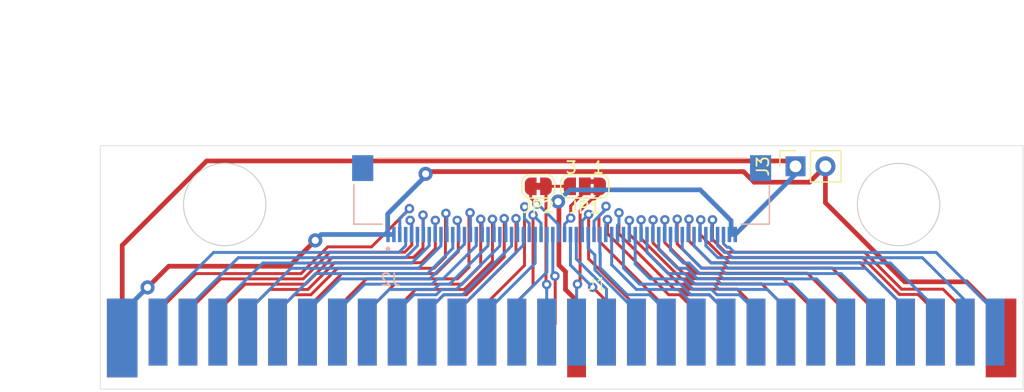
<source format=kicad_pcb>
(kicad_pcb (version 20221018) (generator pcbnew)
  (layers (0 "F.Cu" signal) (31 "B.Cu" signal) (34 "B.Paste" user) (35 "F.Paste" user) (36 "B.SilkS" user "B.Silkscreen") (37 "F.SilkS" user "F.Silkscreen") (38 "B.Mask" user) (39 "F.Mask" user) (44 "Edge.Cuts" user))
  (net 0 "")
  (net 1 "GND")
  (net 2 "Net-(J1-CPU_A11)")
  (net 3 "Net-(J1-CPU_A10)")
  (net 4 "Net-(J1-CPU_A9)")
  (net 5 "Net-(J1-CPU_A8)")
  (net 6 "+5V")
  (net 7 "Net-(J1-M2)")
  (net 8 "Net-(J1-CPU_A12)")
  (net 9 "Net-(J1-CPU_A13)")
  (net 10 "Net-(J1-CPU_A14)")
  (net 11 "Net-(J1-CPU_A7)")
  (net 12 "Net-(J1-CPU_A6)")
  (net 13 "Net-(J1-CPU_A5)")
  (net 14 "Net-(J1-CPU_A4)")
  (net 15 "Net-(J1-CPU_A3)")
  (net 16 "Net-(J1-CPU_A2)")
  (net 17 "Net-(J1-CPU_A1)")
  (net 18 "Net-(J1-CPU_A0)")
  (net 19 "Net-(J1-CPU_R{slash}~{W})")
  (net 20 "Net-(J1-~{IRQ})")
  (net 21 "Net-(J1-PPU_~{RD})")
  (net 22 "Net-(J1-CIRAM_A10)")
  (net 23 "Net-(J1-PPU_A6)")
  (net 24 "Net-(J1-PPU_A5)")
  (net 25 "Net-(J1-PPU_A4)")
  (net 26 "Net-(J1-PPU_A3)")
  (net 27 "Net-(J1-PPU_A2)")
  (net 28 "Net-(J1-PPU_A1)")
  (net 29 "Net-(J1-PPU_A0)")
  (net 30 "Net-(J1-PPU_D0)")
  (net 31 "Net-(J1-PPU_D1)")
  (net 32 "Net-(J1-PPU_D2)")
  (net 33 "Net-(J1-PPU_D3)")
  (net 34 "Net-(J1-CPU_D7)")
  (net 35 "Net-(J1-CPU_D6)")
  (net 36 "Net-(J1-CPU_D5)")
  (net 37 "Net-(J1-CPU_D4)")
  (net 38 "Net-(J1-CPU_D3)")
  (net 39 "Net-(J1-CPU_D2)")
  (net 40 "Net-(J1-CPU_D1)")
  (net 41 "Net-(J1-CPU_D0)")
  (net 42 "Net-(J1-~{ROMSEL})")
  (net 43 "Net-(J1-PPU_~{WR})")
  (net 44 "Net-(J1-CIRAM_~{CE})")
  (net 45 "Net-(J1-PPU_~{A13})")
  (net 46 "Net-(J1-PPU_A7)")
  (net 47 "Net-(J1-PPU_A8)")
  (net 48 "Net-(J1-PPU_A9)")
  (net 49 "Net-(J1-PPU_A10)")
  (net 50 "Net-(J1-PPU_A11)")
  (net 51 "Net-(J1-PPU_A12)")
  (net 52 "Net-(J1-PPU_A13)")
  (net 53 "Net-(J1-PPU_D7)")
  (net 54 "Net-(J1-PPU_D6)")
  (net 55 "Net-(J1-PPU_D5)")
  (net 56 "Net-(J1-PPU_D4)")
  (net 57 "Net-(J1-Audio_In)")
  (net 58 "Net-(J1-Audio_Out)")
  (net 59 "Net-(JP2-A)")
  (net 60 "Net-(JP1-C)")
  (footprint "NES_Cart_FC_Console:Famicom_Card_Edge" (layer "F.Cu") (at 144.18 130.9)
    (fp_text reference "J1")
    (fp_text value "Famicom_Cartridge")
    (fp_line (start -39.2 0) (end -39.2 -10.7) (stroke (width 0.05)) (layer "Edge.Cuts"))
    (fp_line (start -39.2 0) (end 39.2 0) (stroke (width 0.05)) (layer "Edge.Cuts"))
    (fp_line (start 39.2 0) (end 39.2 -10.7) (stroke (width 0.05)) (layer "Edge.Cuts"))
  )
  (footprint "Jumper:SolderJumper-2_P1.3mm_Bridged_RoundedPad1.0x1.5mm" (layer "F.Cu") (at 142.2 113.65)
    (fp_text reference "JP2")
    (fp_text value "Bypass FFC Audio")
  )
  (footprint "Jumper:SolderJumper-3_P1.3mm_Bridged2Bar12_RoundedPad1.0x1.5mm_NumberLabels" (layer "F.Cu") (at 146.15 113.65 180)
    (fp_text reference "JP1")
    (fp_text value "Bypass FFC Audio")
  )
  (footprint "Connector_PinSocket_2.54mm:PinSocket_1x02_P2.54mm_Vertical" (layer "F.Cu") (at 164.05 111.95 90)
    (fp_text reference "J3")
    (fp_text value "Power")
  )
  (footprint "NES_Cart_FC_Console:AMPHENOL_F31L-1A7H1-11060" (layer "B.Cu") (at 144.18 113.66)
    (fp_text reference "J2")
    (fp_text value "F31L-1A7H1-11060")
  )
  (gr_circle (center 115.555 115.2) (end 119.055 115.2) (stroke (width 0.1)) (fill none) (layer "Edge.Cuts"))
  (gr_circle (center 172.805 115.2) (end 176.305 115.2) (stroke (width 0.1)) (fill none) (layer "Edge.Cuts"))
  (gr_line (start 183.38 120.2) (end 183.38 110.2) (stroke (width 0.05)) (layer "Edge.Cuts"))
  (gr_line (start 183.38 110.2) (end 104.98 110.2) (stroke (width 0.05)) (layer "Edge.Cuts"))
  (gr_line (start 104.98 110.2) (end 104.98 120.2) (stroke (width 0.05)) (layer "Edge.Cuts"))
  (segment (start 144.50958 120.913349) (end 144.50958 122.434501) (width 0.4) (layer "F.Cu") (net 1))
  (segment (start 163.593539 111.493539) (end 164.05 111.95) (width 0.4) (layer "F.Cu") (net 1))
  (segment (start 114.022055 111.493539) (end 163.593539 111.493539) (width 0.4) (layer "F.Cu") (net 1))
  (segment (start 106.85 126.55) (end 106.85 118.665594) (width 0.4) (layer "F.Cu") (net 1))
  (segment (start 143.95 115.0255) (end 143.95 120.353769) (width 0.4) (layer "F.Cu") (net 1))
  (segment (start 143.8745 114.95) (end 143.95 115.0255) (width 0.4) (layer "F.Cu") (net 1))
  (segment (start 106.85 118.665594) (end 114.022055 111.493539) (width 0.4) (layer "F.Cu") (net 1))
  (segment (start 143.95 120.353769) (end 144.50958 120.913349) (width 0.4) (layer "F.Cu") (net 1))
  (segment (start 145.45 123.374921) (end 145.45 126.55) (width 0.4) (layer "F.Cu") (net 1))
  (segment (start 144.50958 122.434501) (end 145.45 123.374921) (width 0.4) (layer "F.Cu") (net 1))
  (via (at 143.8745 114.95) (size 1.2) (drill 0.6) (layers "F.Cu" "B.Cu") (net 1))
  (segment (start 158.58 116.58) (end 158.58 117.75) (width 0.4) (layer "B.Cu") (net 1))
  (segment (start 158.93 117.75) (end 164.05 112.63) (width 0.4) (layer "B.Cu") (net 1))
  (segment (start 143.8745 114.95) (end 144.8745 113.95) (width 0.4) (layer "B.Cu") (net 1))
  (segment (start 144.8745 113.95) (end 155.95 113.95) (width 0.4) (layer "B.Cu") (net 1))
  (segment (start 164.05 112.63) (end 164.05 111.95) (width 0.4) (layer "B.Cu") (net 1))
  (segment (start 155.95 113.95) (end 158.58 116.58) (width 0.4) (layer "B.Cu") (net 1))
  (segment (start 158.58 117.75) (end 158.93 117.75) (width 0.4) (layer "B.Cu") (net 1))
  (segment (start 109.89 124.29) (end 109.89 126.05) (width 0.25) (layer "F.Cu") (net 2))
  (segment (start 113.105 121.075) (end 109.89 124.29) (width 0.25) (layer "F.Cu") (net 2))
  (segment (start 131.25 115.580998) (end 128.030998 118.8) (width 0.25) (layer "F.Cu") (net 2))
  (segment (start 128.030998 118.8) (end 124.313604 118.8) (width 0.25) (layer "F.Cu") (net 2))
  (segment (start 122.038604 121.075) (end 113.105 121.075) (width 0.25) (layer "F.Cu") (net 2))
  (segment (start 124.313604 118.8) (end 122.038604 121.075) (width 0.25) (layer "F.Cu") (net 2))
  (via (at 131.247999 115.548772) (size 0.8) (drill 0.4) (layers "F.Cu" "B.Cu") (net 2))
  (segment (start 130.43 116.366771) (end 131.247999 115.548772) (width 0.25) (layer "B.Cu") (net 2))
  (segment (start 130.43 117.75) (end 130.43 116.366771) (width 0.25) (layer "B.Cu") (net 2))
  (segment (start 122.225 121.525) (end 115.195 121.525) (width 0.25) (layer "F.Cu") (net 3))
  (segment (start 115.195 121.525) (end 112.43 124.29) (width 0.25) (layer "F.Cu") (net 3))
  (segment (start 131.30995 116.546353) (end 131.45 116.686403) (width 0.25) (layer "F.Cu") (net 3))
  (segment (start 130.85 119.25) (end 124.5 119.25) (width 0.25) (layer "F.Cu") (net 3))
  (segment (start 124.5 119.25) (end 122.225 121.525) (width 0.25) (layer "F.Cu") (net 3))
  (segment (start 131.45 116.686403) (end 131.45 118.65) (width 0.25) (layer "F.Cu") (net 3))
  (segment (start 131.45 118.65) (end 130.85 119.25) (width 0.25) (layer "F.Cu") (net 3))
  (segment (start 112.43 124.29) (end 112.43 126.05) (width 0.25) (layer "F.Cu") (net 3))
  (via (at 131.30995 116.546353) (size 0.8) (drill 0.4) (layers "F.Cu" "B.Cu") (net 3))
  (segment (start 131.43 117.75) (end 131.43 116.666403) (width 0.25) (layer "B.Cu") (net 3))
  (segment (start 131.43 116.666403) (end 131.30995 116.546353) (width 0.25) (layer "B.Cu") (net 3))
  (segment (start 132.4 116.1) (end 132.4 118.9) (width 0.25) (layer "F.Cu") (net 4))
  (segment (start 124.7 119.7) (end 122.425 121.975) (width 0.25) (layer "F.Cu") (net 4))
  (segment (start 117.285 121.975) (end 114.97 124.29) (width 0.25) (layer "F.Cu") (net 4))
  (segment (start 114.97 124.29) (end 114.97 126.05) (width 0.25) (layer "F.Cu") (net 4))
  (segment (start 131.6 119.7) (end 124.7 119.7) (width 0.25) (layer "F.Cu") (net 4))
  (segment (start 132.4 118.9) (end 131.6 119.7) (width 0.25) (layer "F.Cu") (net 4))
  (segment (start 122.425 121.975) (end 117.285 121.975) (width 0.25) (layer "F.Cu") (net 4))
  (via (at 132.4 116.1) (size 0.8) (drill 0.4) (layers "F.Cu" "B.Cu") (net 4))
  (segment (start 132.43 116.13) (end 132.43 117.75) (width 0.25) (layer "B.Cu") (net 4))
  (segment (start 132.4 116.1) (end 132.43 116.13) (width 0.25) (layer "B.Cu") (net 4))
  (segment (start 124.9 120.15) (end 122.625 122.425) (width 0.25) (layer "F.Cu") (net 5))
  (segment (start 119.375 122.425) (end 117.51 124.29) (width 0.25) (layer "F.Cu") (net 5))
  (segment (start 132.25 120.15) (end 124.9 120.15) (width 0.25) (layer "F.Cu") (net 5))
  (segment (start 133.45 118.95) (end 132.25 120.15) (width 0.25) (layer "F.Cu") (net 5))
  (segment (start 133.45 116.546099) (end 133.45 118.95) (width 0.25) (layer "F.Cu") (net 5))
  (segment (start 117.51 124.29) (end 117.51 126.05) (width 0.25) (layer "F.Cu") (net 5))
  (segment (start 122.625 122.425) (end 119.375 122.425) (width 0.25) (layer "F.Cu") (net 5))
  (via (at 133.45 116.546099) (size 0.8) (drill 0.4) (layers "F.Cu" "B.Cu") (net 5))
  (segment (start 133.43 116.566099) (end 133.43 117.75) (width 0.25) (layer "B.Cu") (net 5))
  (segment (start 133.45 116.546099) (end 133.43 116.566099) (width 0.25) (layer "B.Cu") (net 5))
  (segment (start 166.59 115.043324) (end 173.321676 121.775) (width 0.4) (layer "F.Cu") (net 6))
  (segment (start 159.634568 112.4) (end 160.534568 113.3) (width 0.4) (layer "F.Cu") (net 6))
  (segment (start 178.575 121.775) (end 181.51 124.71) (width 0.4) (layer "F.Cu") (net 6))
  (segment (start 181.51 124.71) (end 181.51 126.55) (width 0.4) (layer "F.Cu") (net 6))
  (segment (start 166.59 111.95) (end 166.59 115.043324) (width 0.4) (layer "F.Cu") (net 6))
  (segment (start 110.8 120.45) (end 121.0505 120.45) (width 0.4) (layer "F.Cu") (net 6))
  (segment (start 132.621884 112.593039) (end 132.814923 112.4) (width 0.4) (layer "F.Cu") (net 6))
  (segment (start 160.534568 113.3) (end 165.24 113.3) (width 0.4) (layer "F.Cu") (net 6))
  (segment (start 173.321676 121.775) (end 178.575 121.775) (width 0.4) (layer "F.Cu") (net 6))
  (segment (start 165.24 113.3) (end 166.59 111.95) (width 0.4) (layer "F.Cu") (net 6))
  (segment (start 132.814923 112.4) (end 159.634568 112.4) (width 0.4) (layer "F.Cu") (net 6))
  (segment (start 109 122.25) (end 110.8 120.45) (width 0.4) (layer "F.Cu") (net 6))
  (segment (start 121.0505 120.45) (end 123.25 118.2505) (width 0.4) (layer "F.Cu") (net 6))
  (via (at 123.25 118.2505) (size 1.2) (drill 0.6) (layers "F.Cu" "B.Cu") (net 6))
  (via (at 132.621884 112.593039) (size 1.2) (drill 0.6) (layers "F.Cu" "B.Cu") (net 6))
  (via (at 109 122.25) (size 1.2) (drill 0.6) (layers "F.Cu" "B.Cu") (net 6))
  (segment (start 129.4 116) (end 129.4 117.72) (width 0.4) (layer "B.Cu") (net 6))
  (segment (start 132.621884 112.593039) (end 132.621884 112.778116) (width 0.4) (layer "B.Cu") (net 6))
  (segment (start 129.43 117.75) (end 129.78 117.75) (width 0.4) (layer "B.Cu") (net 6))
  (segment (start 129.4 117.72) (end 129.43 117.75) (width 0.4) (layer "B.Cu") (net 6))
  (segment (start 106.85 124.4) (end 106.85 126.55) (width 0.4) (layer "B.Cu") (net 6))
  (segment (start 123.7505 117.75) (end 123.25 118.2505) (width 0.4) (layer "B.Cu") (net 6))
  (segment (start 132.621884 112.778116) (end 129.4 116) (width 0.4) (layer "B.Cu") (net 6))
  (segment (start 129.43 117.75) (end 123.7505 117.75) (width 0.4) (layer "B.Cu") (net 6))
  (segment (start 109 122.25) (end 106.85 124.4) (width 0.4) (layer "B.Cu") (net 6))
  (segment (start 109.89 124) (end 109.89 126.05) (width 0.25) (layer "B.Cu") (net 7))
  (segment (start 130.93 118.7) (end 130.355 119.275) (width 0.25) (layer "B.Cu") (net 7))
  (segment (start 130.355 119.275) (end 114.615 119.275) (width 0.25) (layer "B.Cu") (net 7))
  (segment (start 130.93 117.75) (end 130.93 118.7) (width 0.25) (layer "B.Cu") (net 7))
  (segment (start 114.615 119.275) (end 109.89 124) (width 0.25) (layer "B.Cu") (net 7))
  (segment (start 131.93 117.75) (end 131.93 118.7) (width 0.25) (layer "B.Cu") (net 8))
  (segment (start 116.705 119.725) (end 112.43 124) (width 0.25) (layer "B.Cu") (net 8))
  (segment (start 112.43 124) (end 112.43 126.05) (width 0.25) (layer "B.Cu") (net 8))
  (segment (start 131.93 118.7) (end 130.905 119.725) (width 0.25) (layer "B.Cu") (net 8))
  (segment (start 130.905 119.725) (end 116.705 119.725) (width 0.25) (layer "B.Cu") (net 8))
  (segment (start 114.97 124) (end 114.97 126.05) (width 0.25) (layer "B.Cu") (net 9))
  (segment (start 118.795 120.175) (end 114.97 124) (width 0.25) (layer "B.Cu") (net 9))
  (segment (start 132.93 117.75) (end 132.93 118.7) (width 0.25) (layer "B.Cu") (net 9))
  (segment (start 132.93 118.7) (end 131.455 120.175) (width 0.25) (layer "B.Cu") (net 9))
  (segment (start 131.455 120.175) (end 118.795 120.175) (width 0.25) (layer "B.Cu") (net 9))
  (segment (start 117.51 124.29) (end 117.51 126.05) (width 0.25) (layer "B.Cu") (net 10))
  (segment (start 121.175 120.625) (end 117.51 124.29) (width 0.25) (layer "B.Cu") (net 10))
  (segment (start 132.005 120.625) (end 121.175 120.625) (width 0.25) (layer "B.Cu") (net 10))
  (segment (start 133.93 118.7) (end 132.005 120.625) (width 0.25) (layer "B.Cu") (net 10))
  (segment (start 133.93 117.75) (end 133.93 118.7) (width 0.25) (layer "B.Cu") (net 10))
  (segment (start 134.308201 115.991799) (end 134.308201 119.655403) (width 0.25) (layer "F.Cu") (net 11))
  (segment (start 133.338604 120.625) (end 125.125 120.625) (width 0.25) (layer "F.Cu") (net 11))
  (segment (start 125.125 120.625) (end 122.875 122.875) (width 0.25) (layer "F.Cu") (net 11))
  (segment (start 122.875 122.875) (end 121.465 122.875) (width 0.25) (layer "F.Cu") (net 11))
  (segment (start 121.465 122.875) (end 120.05 124.29) (width 0.25) (layer "F.Cu") (net 11))
  (segment (start 120.05 124.29) (end 120.05 126.05) (width 0.25) (layer "F.Cu") (net 11))
  (segment (start 134.35 115.95) (end 134.308201 115.991799) (width 0.25) (layer "F.Cu") (net 11))
  (segment (start 134.308201 119.655403) (end 133.338604 120.625) (width 0.25) (layer "F.Cu") (net 11))
  (via (at 134.35 115.95) (size 0.8) (drill 0.4) (layers "F.Cu" "B.Cu") (net 11))
  (segment (start 134.35 115.95) (end 134.43 116.03) (width 0.25) (layer "B.Cu") (net 11))
  (segment (start 134.43 116.03) (end 134.43 117.75) (width 0.25) (layer "B.Cu") (net 11))
  (segment (start 125.515 121.075) (end 122.59 124) (width 0.25) (layer "F.Cu") (net 12))
  (segment (start 135.4 119.2) (end 133.525 121.075) (width 0.25) (layer "F.Cu") (net 12))
  (segment (start 133.525 121.075) (end 125.515 121.075) (width 0.25) (layer "F.Cu") (net 12))
  (segment (start 135.4 116.637722) (end 135.4 119.2) (width 0.25) (layer "F.Cu") (net 12))
  (segment (start 135.307703 116.545425) (end 135.4 116.637722) (width 0.25) (layer "F.Cu") (net 12))
  (segment (start 122.59 124) (end 122.59 126.05) (width 0.25) (layer "F.Cu") (net 12))
  (via (at 135.307703 116.545425) (size 0.8) (drill 0.4) (layers "F.Cu" "B.Cu") (net 12))
  (segment (start 135.43 116.667722) (end 135.307703 116.545425) (width 0.25) (layer "B.Cu") (net 12))
  (segment (start 135.43 117.75) (end 135.43 116.667722) (width 0.25) (layer "B.Cu") (net 12))
  (segment (start 135.325 121.525) (end 127.605 121.525) (width 0.25) (layer "F.Cu") (net 13))
  (segment (start 125.13 124) (end 125.13 126.05) (width 0.25) (layer "F.Cu") (net 13))
  (segment (start 136.306085 120.543915) (end 135.325 121.525) (width 0.25) (layer "F.Cu") (net 13))
  (segment (start 127.605 121.525) (end 125.13 124) (width 0.25) (layer "F.Cu") (net 13))
  (segment (start 136.306085 115.993915) (end 136.306085 120.543915) (width 0.25) (layer "F.Cu") (net 13))
  (segment (start 136.4 115.9) (end 136.306085 115.993915) (width 0.25) (layer "F.Cu") (net 13))
  (via (at 136.4 115.9) (size 0.8) (drill 0.4) (layers "F.Cu" "B.Cu") (net 13))
  (segment (start 136.4 115.9) (end 136.43 115.93) (width 0.25) (layer "B.Cu") (net 13))
  (segment (start 136.43 115.93) (end 136.43 117.75) (width 0.25) (layer "B.Cu") (net 13))
  (segment (start 137.30387 116.449881) (end 137.30387 120.386942) (width 0.25) (layer "F.Cu") (net 14))
  (segment (start 129.985 121.975) (end 127.67 124.29) (width 0.25) (layer "F.Cu") (net 14))
  (segment (start 135.715812 121.975) (end 129.985 121.975) (width 0.25) (layer "F.Cu") (net 14))
  (segment (start 137.30387 120.386942) (end 135.715812 121.975) (width 0.25) (layer "F.Cu") (net 14))
  (segment (start 127.67 124.29) (end 127.67 126.05) (width 0.25) (layer "F.Cu") (net 14))
  (via (at 137.30387 116.449881) (size 0.8) (drill 0.4) (layers "F.Cu" "B.Cu") (net 14))
  (segment (start 137.43 116.576011) (end 137.30387 116.449881) (width 0.25) (layer "B.Cu") (net 14))
  (segment (start 137.43 117.75) (end 137.43 116.576011) (width 0.25) (layer "B.Cu") (net 14))
  (segment (start 138.303369 116.45245) (end 138.303369 119.930577) (width 0.25) (layer "F.Cu") (net 15))
  (segment (start 138.303369 119.930577) (end 138.311396 119.938604) (width 0.25) (layer "F.Cu") (net 15))
  (segment (start 130.21 124) (end 130.21 126.05) (width 0.25) (layer "F.Cu") (net 15))
  (segment (start 138.311396 119.938604) (end 138.311396 120.015812) (width 0.25) (layer "F.Cu") (net 15))
  (segment (start 138.311396 120.015812) (end 135.902208 122.425) (width 0.25) (layer "F.Cu") (net 15))
  (segment (start 135.902208 122.425) (end 131.785 122.425) (width 0.25) (layer "F.Cu") (net 15))
  (segment (start 131.785 122.425) (end 130.21 124) (width 0.25) (layer "F.Cu") (net 15))
  (via (at 138.303369 116.45245) (size 0.8) (drill 0.4) (layers "F.Cu" "B.Cu") (net 15))
  (segment (start 138.43 116.579081) (end 138.303369 116.45245) (width 0.25) (layer "B.Cu") (net 15))
  (segment (start 138.43 117.75) (end 138.43 116.579081) (width 0.25) (layer "B.Cu") (net 15))
  (segment (start 134.165 122.875) (end 132.75 124.29) (width 0.25) (layer "F.Cu") (net 16))
  (segment (start 132.75 124.29) (end 132.75 126.05) (width 0.25) (layer "F.Cu") (net 16))
  (segment (start 136.088604 122.875) (end 134.165 122.875) (width 0.25) (layer "F.Cu") (net 16))
  (segment (start 139.301495 119.662109) (end 136.088604 122.875) (width 0.25) (layer "F.Cu") (net 16))
  (segment (start 139.301495 116.4) (end 139.301495 119.662109) (width 0.25) (layer "F.Cu") (net 16))
  (via (at 139.301495 116.4) (size 0.8) (drill 0.4) (layers "F.Cu" "B.Cu") (net 16))
  (segment (start 139.43 116.528505) (end 139.301495 116.4) (width 0.25) (layer "B.Cu") (net 16))
  (segment (start 139.43 117.75) (end 139.43 116.528505) (width 0.25) (layer "B.Cu") (net 16))
  (segment (start 135.29 124.31) (end 135.29 126.05) (width 0.25) (layer "F.Cu") (net 17))
  (segment (start 140.300998 116.4) (end 140.300998 119.299002) (width 0.25) (layer "F.Cu") (net 17))
  (segment (start 140.300998 119.299002) (end 135.29 124.31) (width 0.25) (layer "F.Cu") (net 17))
  (via (at 140.300998 116.4) (size 0.8) (drill 0.4) (layers "F.Cu" "B.Cu") (net 17))
  (segment (start 140.43 117.75) (end 140.43 116.529002) (width 0.25) (layer "B.Cu") (net 17))
  (segment (start 140.43 116.529002) (end 140.300998 116.4) (width 0.25) (layer "B.Cu") (net 17))
  (segment (start 141.04345 115.393538) (end 141.025498 115.41149) (width 0.25) (layer "F.Cu") (net 18))
  (segment (start 141.025498 115.41149) (end 141.025498 120.374502) (width 0.25) (layer "F.Cu") (net 18))
  (segment (start 141.025498 120.374502) (end 137.83 123.57) (width 0.25) (layer "F.Cu") (net 18))
  (segment (start 137.83 123.57) (end 137.83 126.05) (width 0.25) (layer "F.Cu") (net 18))
  (via (at 141.04345 115.393538) (size 0.8) (drill 0.4) (layers "F.Cu" "B.Cu") (net 18))
  (segment (start 141.025498 115.41149) (end 141.04345 115.393538) (width 0.25) (layer "B.Cu") (net 18))
  (segment (start 141.025498 116.400305) (end 141.025498 115.41149) (width 0.25) (layer "B.Cu") (net 18))
  (segment (start 141.43 116.804807) (end 141.025498 116.400305) (width 0.25) (layer "B.Cu") (net 18))
  (segment (start 141.43 117.75) (end 141.43 116.804807) (width 0.25) (layer "B.Cu") (net 18))
  (segment (start 141.750498 122.099502) (end 140.37 123.48) (width 0.25) (layer "F.Cu") (net 19))
  (segment (start 141.750498 116.1) (end 141.750498 122.099502) (width 0.25) (layer "F.Cu") (net 19))
  (segment (start 140.37 123.48) (end 140.37 126.05) (width 0.25) (layer "F.Cu") (net 19))
  (via (at 141.750498 116.1) (size 0.8) (drill 0.4) (layers "F.Cu" "B.Cu") (net 19))
  (segment (start 142.43 116.779502) (end 141.750498 116.1) (width 0.25) (layer "B.Cu") (net 19))
  (segment (start 142.43 117.75) (end 142.43 116.779502) (width 0.25) (layer "B.Cu") (net 19))
  (segment (start 143.635 121.311562) (end 143.635 125.325) (width 0.25) (layer "F.Cu") (net 20))
  (segment (start 143.60958 121.286142) (end 143.635 121.311562) (width 0.25) (layer "F.Cu") (net 20))
  (segment (start 143.635 125.325) (end 142.91 126.05) (width 0.25) (layer "F.Cu") (net 20))
  (via (at 143.60958 121.286142) (size 0.8) (drill 0.4) (layers "F.Cu" "B.Cu") (net 20))
  (segment (start 143.43 121.106562) (end 143.43 117.75) (width 0.25) (layer "B.Cu") (net 20))
  (segment (start 143.60958 121.286142) (end 143.43 121.106562) (width 0.25) (layer "B.Cu") (net 20))
  (segment (start 147.99 123.414598) (end 146.812701 122.237299) (width 0.25) (layer "F.Cu") (net 21))
  (segment (start 147.99 126.05) (end 147.99 123.414598) (width 0.25) (layer "F.Cu") (net 21))
  (via (at 146.812701 122.237299) (size 0.8) (drill 0.4) (layers "F.Cu" "B.Cu") (net 21))
  (segment (start 146.812701 122.237299) (end 144.93 120.354598) (width 0.25) (layer "B.Cu") (net 21))
  (segment (start 144.93 120.354598) (end 144.93 117.75) (width 0.25) (layer "B.Cu") (net 21))
  (segment (start 146.472331 119.822331) (end 150.53 123.88) (width 0.25) (layer "F.Cu") (net 22))
  (segment (start 146.472331 116.03698) (end 146.472331 119.822331) (width 0.25) (layer "F.Cu") (net 22))
  (segment (start 150.53 123.88) (end 150.53 126.05) (width 0.25) (layer "F.Cu") (net 22))
  (via (at 146.472331 116.03698) (size 0.8) (drill 0.4) (layers "F.Cu" "B.Cu") (net 22))
  (segment (start 146.472331 116.03698) (end 145.93 116.579311) (width 0.25) (layer "B.Cu") (net 22))
  (segment (start 145.93 116.579311) (end 145.93 117.75) (width 0.25) (layer "B.Cu") (net 22))
  (segment (start 147.3505 116.183409) (end 147.3505 118.3005) (width 0.25) (layer "F.Cu") (net 23))
  (segment (start 153.07 124.02) (end 153.07 126.05) (width 0.25) (layer "F.Cu") (net 23))
  (segment (start 147.775195 115.524805) (end 147.775195 115.758714) (width 0.25) (layer "F.Cu") (net 23))
  (segment (start 147.3505 118.3005) (end 153.07 124.02) (width 0.25) (layer "F.Cu") (net 23))
  (segment (start 147.775195 115.758714) (end 147.3505 116.183409) (width 0.25) (layer "F.Cu") (net 23))
  (segment (start 147.95 115.35) (end 147.775195 115.524805) (width 0.25) (layer "F.Cu") (net 23))
  (via (at 147.95 115.35) (size 0.8) (drill 0.4) (layers "F.Cu" "B.Cu") (net 23))
  (segment (start 147.95 115.35) (end 147.95 115.583909) (width 0.25) (layer "B.Cu") (net 23))
  (segment (start 146.93 116.603909) (end 146.93 117.75) (width 0.25) (layer "B.Cu") (net 23))
  (segment (start 147.95 115.583909) (end 146.93 116.603909) (width 0.25) (layer "B.Cu") (net 23))
  (segment (start 153.275 122.875) (end 154.195 122.875) (width 0.25) (layer "F.Cu") (net 24))
  (segment (start 155.61 124.29) (end 155.61 126.05) (width 0.25) (layer "F.Cu") (net 24))
  (segment (start 148.0755 117.6755) (end 153.275 122.875) (width 0.25) (layer "F.Cu") (net 24))
  (segment (start 154.195 122.875) (end 155.61 124.29) (width 0.25) (layer "F.Cu") (net 24))
  (segment (start 148.0755 116.483714) (end 148.0755 117.6755) (width 0.25) (layer "F.Cu") (net 24))
  (via (at 148.0755 116.483714) (size 0.8) (drill 0.4) (layers "F.Cu" "B.Cu") (net 24))
  (segment (start 147.93 116.894808) (end 147.93 117.75) (width 0.25) (layer "B.Cu") (net 24))
  (segment (start 148.0755 116.483714) (end 148.0755 116.749308) (width 0.25) (layer "B.Cu") (net 24))
  (segment (start 148.0755 116.749308) (end 147.93 116.894808) (width 0.25) (layer "B.Cu") (net 24))
  (segment (start 153.775 122.425) (end 154.381396 122.425) (width 0.25) (layer "F.Cu") (net 25))
  (segment (start 158.15 124.3) (end 158.15 126.05) (width 0.25) (layer "F.Cu") (net 25))
  (segment (start 154.381396 122.425) (end 154.831396 122.875) (width 0.25) (layer "F.Cu") (net 25))
  (segment (start 149.05 115.9) (end 149.05 117.7) (width 0.25) (layer "F.Cu") (net 25))
  (segment (start 149.05 117.7) (end 153.775 122.425) (width 0.25) (layer "F.Cu") (net 25))
  (segment (start 154.831396 122.875) (end 156.725 122.875) (width 0.25) (layer "F.Cu") (net 25))
  (segment (start 156.725 122.875) (end 158.15 124.3) (width 0.25) (layer "F.Cu") (net 25))
  (via (at 149.05 115.9) (size 0.8) (drill 0.4) (layers "F.Cu" "B.Cu") (net 25))
  (segment (start 149.05 116.842936) (end 148.93 116.962936) (width 0.25) (layer "B.Cu") (net 25))
  (segment (start 149.05 115.9) (end 149.05 116.842936) (width 0.25) (layer "B.Cu") (net 25))
  (segment (start 148.93 116.962936) (end 148.93 117.75) (width 0.25) (layer "B.Cu") (net 25))
  (segment (start 154.992792 122.4) (end 159.09 122.4) (width 0.25) (layer "F.Cu") (net 26))
  (segment (start 154.175 121.975) (end 154.567792 121.975) (width 0.25) (layer "F.Cu") (net 26))
  (segment (start 160.69 124) (end 160.69 126.05) (width 0.25) (layer "F.Cu") (net 26))
  (segment (start 154.567792 121.975) (end 154.992792 122.4) (width 0.25) (layer "F.Cu") (net 26))
  (segment (start 159.09 122.4) (end 160.69 124) (width 0.25) (layer "F.Cu") (net 26))
  (segment (start 149.93 117.73) (end 154.175 121.975) (width 0.25) (layer "F.Cu") (net 26))
  (segment (start 149.93 116.55) (end 149.93 117.73) (width 0.25) (layer "F.Cu") (net 26))
  (via (at 149.93 116.55) (size 0.8) (drill 0.4) (layers "F.Cu" "B.Cu") (net 26))
  (segment (start 149.93 116.55) (end 149.93 117.75) (width 0.25) (layer "B.Cu") (net 26))
  (segment (start 163.23 124) (end 163.23 126.05) (width 0.25) (layer "F.Cu") (net 27))
  (segment (start 154.754188 121.525) (end 155.179188 121.95) (width 0.25) (layer "F.Cu") (net 27))
  (segment (start 154.361396 121.525) (end 154.754188 121.525) (width 0.25) (layer "F.Cu") (net 27))
  (segment (start 150.93 116.50037) (end 150.93 118.093604) (width 0.25) (layer "F.Cu") (net 27))
  (segment (start 150.93 118.093604) (end 154.361396 121.525) (width 0.25) (layer "F.Cu") (net 27))
  (segment (start 155.179188 121.95) (end 161.18 121.95) (width 0.25) (layer "F.Cu") (net 27))
  (segment (start 161.18 121.95) (end 163.23 124) (width 0.25) (layer "F.Cu") (net 27))
  (via (at 150.93 116.50037) (size 0.8) (drill 0.4) (layers "F.Cu" "B.Cu") (net 27))
  (segment (start 150.93 116.50037) (end 150.93 117.75) (width 0.25) (layer "B.Cu") (net 27))
  (segment (start 155.365584 121.5) (end 162.98 121.5) (width 0.25) (layer "F.Cu") (net 28))
  (segment (start 151.95 116.5) (end 151.95 118.477208) (width 0.25) (layer "F.Cu") (net 28))
  (segment (start 151.95 118.477208) (end 154.547792 121.075) (width 0.25) (layer "F.Cu") (net 28))
  (segment (start 154.547792 121.075) (end 154.940584 121.075) (width 0.25) (layer "F.Cu") (net 28))
  (segment (start 165.77 124.29) (end 165.77 126.05) (width 0.25) (layer "F.Cu") (net 28))
  (segment (start 154.940584 121.075) (end 155.365584 121.5) (width 0.25) (layer "F.Cu") (net 28))
  (segment (start 162.98 121.5) (end 165.77 124.29) (width 0.25) (layer "F.Cu") (net 28))
  (via (at 151.95 116.5) (size 0.8) (drill 0.4) (layers "F.Cu" "B.Cu") (net 28))
  (segment (start 151.93 117.75) (end 151.93 116.52) (width 0.25) (layer "B.Cu") (net 28))
  (segment (start 151.93 116.52) (end 151.95 116.5) (width 0.25) (layer "B.Cu") (net 28))
  (segment (start 155.55198 121.05) (end 165.07 121.05) (width 0.25) (layer "F.Cu") (net 29))
  (segment (start 168.31 124.29) (end 168.31 126.05) (width 0.25) (layer "F.Cu") (net 29))
  (segment (start 152.95 118.44802) (end 155.55198 121.05) (width 0.25) (layer "F.Cu") (net 29))
  (segment (start 152.95 116.5) (end 152.95 118.44802) (width 0.25) (layer "F.Cu") (net 29))
  (segment (start 165.07 121.05) (end 168.31 124.29) (width 0.25) (layer "F.Cu") (net 29))
  (via (at 152.95 116.5) (size 0.8) (drill 0.4) (layers "F.Cu" "B.Cu") (net 29))
  (segment (start 152.95 116.5) (end 152.93 116.52) (width 0.25) (layer "B.Cu") (net 29))
  (segment (start 152.93 116.52) (end 152.93 117.75) (width 0.25) (layer "B.Cu") (net 29))
  (segment (start 167.16 120.6) (end 170.85 124.29) (width 0.25) (layer "F.Cu") (net 30))
  (segment (start 156.05 120.6) (end 167.16 120.6) (width 0.25) (layer "F.Cu") (net 30))
  (segment (start 170.85 124.29) (end 170.85 126.05) (width 0.25) (layer "F.Cu") (net 30))
  (segment (start 154.000497 118.550497) (end 156.05 120.6) (width 0.25) (layer "F.Cu") (net 30))
  (segment (start 154.000497 116.45) (end 154.000497 118.550497) (width 0.25) (layer "F.Cu") (net 30))
  (via (at 154.000497 116.45) (size 0.8) (drill 0.4) (layers "F.Cu" "B.Cu") (net 30))
  (segment (start 154.000497 116.45) (end 153.93 116.520497) (width 0.25) (layer "B.Cu") (net 30))
  (segment (start 153.93 116.520497) (end 153.93 117.75) (width 0.25) (layer "B.Cu") (net 30))
  (segment (start 169.54 120.15) (end 173.39 124) (width 0.25) (layer "F.Cu") (net 31))
  (segment (start 173.39 124) (end 173.39 126.05) (width 0.25) (layer "F.Cu") (net 31))
  (segment (start 155 118.3) (end 156.85 120.15) (width 0.25) (layer "F.Cu") (net 31))
  (segment (start 155 116.45) (end 155 118.3) (width 0.25) (layer "F.Cu") (net 31))
  (segment (start 156.85 120.15) (end 169.54 120.15) (width 0.25) (layer "F.Cu") (net 31))
  (via (at 155 116.45) (size 0.8) (drill 0.4) (layers "F.Cu" "B.Cu") (net 31))
  (segment (start 154.93 116.52) (end 154.93 117.75) (width 0.25) (layer "B.Cu") (net 31))
  (segment (start 155 116.45) (end 154.93 116.52) (width 0.25) (layer "B.Cu") (net 31))
  (segment (start 155.95 117.75) (end 157.9 119.7) (width 0.25) (layer "F.Cu") (net 32))
  (segment (start 155.998121 116.502533) (end 155.998121 116.648121) (width 0.25) (layer "F.Cu") (net 32))
  (segment (start 155.998121 116.648121) (end 155.95 116.696242) (width 0.25) (layer "F.Cu") (net 32))
  (segment (start 172.876396 122.85) (end 174.465 122.85) (width 0.25) (layer "F.Cu") (net 32))
  (segment (start 175.93 124.315) (end 175.93 126.05) (width 0.25) (layer "F.Cu") (net 32))
  (segment (start 169.726396 119.7) (end 172.876396 122.85) (width 0.25) (layer "F.Cu") (net 32))
  (segment (start 174.465 122.85) (end 175.93 124.315) (width 0.25) (layer "F.Cu") (net 32))
  (segment (start 157.9 119.7) (end 169.726396 119.7) (width 0.25) (layer "F.Cu") (net 32))
  (segment (start 155.95 116.696242) (end 155.95 117.75) (width 0.25) (layer "F.Cu") (net 32))
  (via (at 155.998121 116.502533) (size 0.8) (drill 0.4) (layers "F.Cu" "B.Cu") (net 32))
  (segment (start 155.93 116.570654) (end 155.998121 116.502533) (width 0.25) (layer "B.Cu") (net 32))
  (segment (start 155.93 117.75) (end 155.93 116.570654) (width 0.25) (layer "B.Cu") (net 32))
  (segment (start 169.912792 119.25) (end 173.062792 122.4) (width 0.25) (layer "F.Cu") (net 33))
  (segment (start 156.99762 116.499873) (end 156.99762 118.161224) (width 0.25) (layer "F.Cu") (net 33))
  (segment (start 173.062792 122.4) (end 176.58 122.4) (width 0.25) (layer "F.Cu") (net 33))
  (segment (start 156.99762 118.161224) (end 158.086396 119.25) (width 0.25) (layer "F.Cu") (net 33))
  (segment (start 176.58 122.4) (end 178.47 124.29) (width 0.25) (layer "F.Cu") (net 33))
  (segment (start 178.47 124.29) (end 178.47 126.05) (width 0.25) (layer "F.Cu") (net 33))
  (segment (start 158.086396 119.25) (end 169.912792 119.25) (width 0.25) (layer "F.Cu") (net 33))
  (via (at 156.99762 116.499873) (size 0.8) (drill 0.4) (layers "F.Cu" "B.Cu") (net 33))
  (segment (start 156.93 117.75) (end 156.93 116.567493) (width 0.25) (layer "B.Cu") (net 33))
  (segment (start 156.93 116.567493) (end 156.99762 116.499873) (width 0.25) (layer "B.Cu") (net 33))
  (segment (start 132.78302 121.075) (end 123.265 121.075) (width 0.25) (layer "B.Cu") (net 34))
  (segment (start 123.265 121.075) (end 120.05 124.29) (width 0.25) (layer "B.Cu") (net 34))
  (segment (start 134.93 118.92802) (end 132.78302 121.075) (width 0.25) (layer "B.Cu") (net 34))
  (segment (start 120.05 124.29) (end 120.05 126.05) (width 0.25) (layer "B.Cu") (net 34))
  (segment (start 134.93 117.75) (end 134.93 118.92802) (width 0.25) (layer "B.Cu") (net 34))
  (segment (start 125.355 121.525) (end 122.59 124.29) (width 0.25) (layer "B.Cu") (net 35))
  (segment (start 135.93 117.75) (end 135.93 118.564416) (width 0.25) (layer "B.Cu") (net 35))
  (segment (start 132.969416 121.525) (end 125.355 121.525) (width 0.25) (layer "B.Cu") (net 35))
  (segment (start 135.93 118.564416) (end 132.969416 121.525) (width 0.25) (layer "B.Cu") (net 35))
  (segment (start 122.59 124.29) (end 122.59 126.05) (width 0.25) (layer "B.Cu") (net 35))
  (segment (start 136.93 118.7) (end 134.105 121.525) (width 0.25) (layer "B.Cu") (net 36))
  (segment (start 125.13 124.29) (end 125.13 126.05) (width 0.25) (layer "B.Cu") (net 36))
  (segment (start 127.445 121.975) (end 125.13 124.29) (width 0.25) (layer "B.Cu") (net 36))
  (segment (start 134.105 121.525) (end 133.605812 121.525) (width 0.25) (layer "B.Cu") (net 36))
  (segment (start 133.155812 121.975) (end 127.445 121.975) (width 0.25) (layer "B.Cu") (net 36))
  (segment (start 133.605812 121.525) (end 133.155812 121.975) (width 0.25) (layer "B.Cu") (net 36))
  (segment (start 136.93 117.75) (end 136.93 118.7) (width 0.25) (layer "B.Cu") (net 36))
  (segment (start 129.535 122.425) (end 127.67 124.29) (width 0.25) (layer "B.Cu") (net 37))
  (segment (start 133.792208 121.975) (end 133.342208 122.425) (width 0.25) (layer "B.Cu") (net 37))
  (segment (start 134.655 121.975) (end 133.792208 121.975) (width 0.25) (layer "B.Cu") (net 37))
  (segment (start 137.93 118.7) (end 134.655 121.975) (width 0.25) (layer "B.Cu") (net 37))
  (segment (start 127.67 124.29) (end 127.67 126.05) (width 0.25) (layer "B.Cu") (net 37))
  (segment (start 133.342208 122.425) (end 129.535 122.425) (width 0.25) (layer "B.Cu") (net 37))
  (segment (start 137.93 117.75) (end 137.93 118.7) (width 0.25) (layer "B.Cu") (net 37))
  (segment (start 133.978604 122.425) (end 133.528604 122.875) (width 0.25) (layer "B.Cu") (net 38))
  (segment (start 138.93 117.75) (end 138.93 118.72) (width 0.25) (layer "B.Cu") (net 38))
  (segment (start 138.93 118.72) (end 135.225 122.425) (width 0.25) (layer "B.Cu") (net 38))
  (segment (start 133.528604 122.875) (end 131.625 122.875) (width 0.25) (layer "B.Cu") (net 38))
  (segment (start 131.625 122.875) (end 130.21 124.29) (width 0.25) (layer "B.Cu") (net 38))
  (segment (start 130.21 124.29) (end 130.21 126.05) (width 0.25) (layer "B.Cu") (net 38))
  (segment (start 135.225 122.425) (end 133.978604 122.425) (width 0.25) (layer "B.Cu") (net 38))
  (segment (start 139.93 117.75) (end 139.93 118.72) (width 0.25) (layer "B.Cu") (net 39))
  (segment (start 135.775 122.875) (end 134.165 122.875) (width 0.25) (layer "B.Cu") (net 39))
  (segment (start 134.165 122.875) (end 132.75 124.29) (width 0.25) (layer "B.Cu") (net 39))
  (segment (start 139.93 118.72) (end 135.775 122.875) (width 0.25) (layer "B.Cu") (net 39))
  (segment (start 132.75 124.29) (end 132.75 126.05) (width 0.25) (layer "B.Cu") (net 39))
  (segment (start 140.93 117.75) (end 140.93 118.65) (width 0.25) (layer "B.Cu") (net 40))
  (segment (start 140.93 118.65) (end 135.29 124.29) (width 0.25) (layer "B.Cu") (net 40))
  (segment (start 135.29 124.29) (end 135.29 126.05) (width 0.25) (layer "B.Cu") (net 40))
  (segment (start 141.93 120.19) (end 137.83 124.29) (width 0.25) (layer "B.Cu") (net 41))
  (segment (start 141.93 117.75) (end 141.93 120.19) (width 0.25) (layer "B.Cu") (net 41))
  (segment (start 137.83 124.29) (end 137.83 126.05) (width 0.25) (layer "B.Cu") (net 41))
  (segment (start 142.93 117.75) (end 142.93 120.940417) (width 0.25) (layer "B.Cu") (net 42))
  (segment (start 140.37 123.500417) (end 140.37 126.05) (width 0.25) (layer "B.Cu") (net 42))
  (segment (start 142.93 120.940417) (end 140.37 123.500417) (width 0.25) (layer "B.Cu") (net 42))
  (segment (start 145.43 119.83) (end 147.99 122.39) (width 0.25) (layer "B.Cu") (net 43))
  (segment (start 145.43 117.75) (end 145.43 119.83) (width 0.25) (layer "B.Cu") (net 43))
  (segment (start 147.99 122.39) (end 147.99 126.05) (width 0.25) (layer "B.Cu") (net 43))
  (segment (start 146.43 117.75) (end 146.43 118.922227) (width 0.25) (layer "B.Cu") (net 44))
  (segment (start 150.53 124.293604) (end 150.53 126.05) (width 0.25) (layer "B.Cu") (net 44))
  (segment (start 147.005934 120.769538) (end 150.53 124.293604) (width 0.25) (layer "B.Cu") (net 44))
  (segment (start 146.43 118.922227) (end 147.005934 119.498161) (width 0.25) (layer "B.Cu") (net 44))
  (segment (start 147.005934 119.498161) (end 147.005934 120.769538) (width 0.25) (layer "B.Cu") (net 44))
  (segment (start 151.655 122.875) (end 153.07 124.29) (width 0.25) (layer "B.Cu") (net 45))
  (segment (start 147.43 117.75) (end 147.43 119.285831) (width 0.25) (layer "B.Cu") (net 45))
  (segment (start 149.747792 122.875) (end 151.655 122.875) (width 0.25) (layer "B.Cu") (net 45))
  (segment (start 147.43 119.285831) (end 147.455934 119.311765) (width 0.25) (layer "B.Cu") (net 45))
  (segment (start 147.455934 119.311765) (end 147.455934 120.583142) (width 0.25) (layer "B.Cu") (net 45))
  (segment (start 153.07 124.29) (end 153.07 126.05) (width 0.25) (layer "B.Cu") (net 45))
  (segment (start 147.455934 120.583142) (end 149.747792 122.875) (width 0.25) (layer "B.Cu") (net 45))
  (segment (start 150.525 122.425) (end 154.075 122.425) (width 0.25) (layer "B.Cu") (net 46))
  (segment (start 148.43 117.75) (end 148.43 120.33) (width 0.25) (layer "B.Cu") (net 46))
  (segment (start 154.075 122.425) (end 155.61 123.96) (width 0.25) (layer "B.Cu") (net 46))
  (segment (start 155.61 123.96) (end 155.61 126.05) (width 0.25) (layer "B.Cu") (net 46))
  (segment (start 148.43 120.33) (end 150.525 122.425) (width 0.25) (layer "B.Cu") (net 46))
  (segment (start 149.43 120.605) (end 150.8 121.975) (width 0.25) (layer "B.Cu") (net 47))
  (segment (start 158.15 124.29) (end 158.15 126.05) (width 0.25) (layer "B.Cu") (net 47))
  (segment (start 150.8 121.975) (end 154.261396 121.975) (width 0.25) (layer "B.Cu") (net 47))
  (segment (start 156.735 122.875) (end 158.15 124.29) (width 0.25) (layer "B.Cu") (net 47))
  (segment (start 154.261396 121.975) (end 155.161396 122.875) (width 0.25) (layer "B.Cu") (net 47))
  (segment (start 155.161396 122.875) (end 156.735 122.875) (width 0.25) (layer "B.Cu") (net 47))
  (segment (start 149.43 117.75) (end 149.43 120.605) (width 0.25) (layer "B.Cu") (net 47))
  (segment (start 157.371396 122.875) (end 159.275 122.875) (width 0.25) (layer "B.Cu") (net 48))
  (segment (start 150.43 120.255) (end 151.7 121.525) (width 0.25) (layer "B.Cu") (net 48))
  (segment (start 151.7 121.525) (end 154.447792 121.525) (width 0.25) (layer "B.Cu") (net 48))
  (segment (start 156.921396 122.425) (end 157.371396 122.875) (width 0.25) (layer "B.Cu") (net 48))
  (segment (start 154.447792 121.525) (end 155.347792 122.425) (width 0.25) (layer "B.Cu") (net 48))
  (segment (start 160.69 124.29) (end 160.69 126.05) (width 0.25) (layer "B.Cu") (net 48))
  (segment (start 159.275 122.875) (end 160.69 124.29) (width 0.25) (layer "B.Cu") (net 48))
  (segment (start 150.43 117.75) (end 150.43 120.255) (width 0.25) (layer "B.Cu") (net 48))
  (segment (start 155.347792 122.425) (end 156.921396 122.425) (width 0.25) (layer "B.Cu") (net 48))
  (segment (start 161.655 122.425) (end 163.23 124) (width 0.25) (layer "B.Cu") (net 49))
  (segment (start 153.225 121.075) (end 154.634188 121.075) (width 0.25) (layer "B.Cu") (net 49))
  (segment (start 154.634188 121.075) (end 155.534188 121.975) (width 0.25) (layer "B.Cu") (net 49))
  (segment (start 163.23 124) (end 163.23 126.05) (width 0.25) (layer "B.Cu") (net 49))
  (segment (start 157.107792 121.975) (end 157.557792 122.425) (width 0.25) (layer "B.Cu") (net 49))
  (segment (start 155.534188 121.975) (end 157.107792 121.975) (width 0.25) (layer "B.Cu") (net 49))
  (segment (start 151.43 117.75) (end 151.43 119.28) (width 0.25) (layer "B.Cu") (net 49))
  (segment (start 151.43 119.28) (end 153.225 121.075) (width 0.25) (layer "B.Cu") (net 49))
  (segment (start 157.557792 122.425) (end 161.655 122.425) (width 0.25) (layer "B.Cu") (net 49))
  (segment (start 155.720584 121.525) (end 157.294188 121.525) (width 0.25) (layer "B.Cu") (net 50))
  (segment (start 152.43 119.03) (end 154.025 120.625) (width 0.25) (layer "B.Cu") (net 50))
  (segment (start 165.77 124) (end 165.77 126.05) (width 0.25) (layer "B.Cu") (net 50))
  (segment (start 154.820584 120.625) (end 155.720584 121.525) (width 0.25) (layer "B.Cu") (net 50))
  (segment (start 163.745 121.975) (end 165.77 124) (width 0.25) (layer "B.Cu") (net 50))
  (segment (start 157.744188 121.975) (end 163.745 121.975) (width 0.25) (layer "B.Cu") (net 50))
  (segment (start 157.294188 121.525) (end 157.744188 121.975) (width 0.25) (layer "B.Cu") (net 50))
  (segment (start 154.025 120.625) (end 154.820584 120.625) (width 0.25) (layer "B.Cu") (net 50))
  (segment (start 152.43 117.75) (end 152.43 119.03) (width 0.25) (layer "B.Cu") (net 50))
  (segment (start 153.43 117.75) (end 153.43 119.08) (width 0.25) (layer "B.Cu") (net 51))
  (segment (start 157.480584 121.075) (end 157.930584 121.525) (width 0.25) (layer "B.Cu") (net 51))
  (segment (start 154.525 120.175) (end 155.00698 120.175) (width 0.25) (layer "B.Cu") (net 51))
  (segment (start 153.43 119.08) (end 154.525 120.175) (width 0.25) (layer "B.Cu") (net 51))
  (segment (start 165.835 121.525) (end 168.31 124) (width 0.25) (layer "B.Cu") (net 51))
  (segment (start 155.90698 121.075) (end 157.480584 121.075) (width 0.25) (layer "B.Cu") (net 51))
  (segment (start 157.930584 121.525) (end 165.835 121.525) (width 0.25) (layer "B.Cu") (net 51))
  (segment (start 168.31 124) (end 168.31 126.05) (width 0.25) (layer "B.Cu") (net 51))
  (segment (start 155.00698 120.175) (end 155.90698 121.075) (width 0.25) (layer "B.Cu") (net 51))
  (segment (start 167.925 121.075) (end 170.85 124) (width 0.25) (layer "B.Cu") (net 52))
  (segment (start 170.85 124) (end 170.85 126.05) (width 0.25) (layer "B.Cu") (net 52))
  (segment (start 156.093376 120.625) (end 157.66698 120.625) (width 0.25) (layer "B.Cu") (net 52))
  (segment (start 154.43 117.75) (end 154.43 118.961624) (width 0.25) (layer "B.Cu") (net 52))
  (segment (start 154.43 118.961624) (end 156.093376 120.625) (width 0.25) (layer "B.Cu") (net 52))
  (segment (start 157.66698 120.625) (end 158.11698 121.075) (width 0.25) (layer "B.Cu") (net 52))
  (segment (start 158.11698 121.075) (end 167.925 121.075) (width 0.25) (layer "B.Cu") (net 52))
  (segment (start 155.43 117.75) (end 155.43 118.7) (width 0.25) (layer "B.Cu") (net 53))
  (segment (start 156.905 120.175) (end 157.853376 120.175) (width 0.25) (layer "B.Cu") (net 53))
  (segment (start 157.853376 120.175) (end 158.303376 120.625) (width 0.25) (layer "B.Cu") (net 53))
  (segment (start 155.43 118.7) (end 156.905 120.175) (width 0.25) (layer "B.Cu") (net 53))
  (segment (start 173.39 124) (end 173.39 126.05) (width 0.25) (layer "B.Cu") (net 53))
  (segment (start 158.303376 120.625) (end 170.015 120.625) (width 0.25) (layer "B.Cu") (net 53))
  (segment (start 170.015 120.625) (end 173.39 124) (width 0.25) (layer "B.Cu") (net 53))
  (segment (start 157.455 119.725) (end 158.039772 119.725) (width 0.25) (layer "B.Cu") (net 54))
  (segment (start 158.489772 120.175) (end 172.105 120.175) (width 0.25) (layer "B.Cu") (net 54))
  (segment (start 156.43 118.7) (end 157.455 119.725) (width 0.25) (layer "B.Cu") (net 54))
  (segment (start 175.93 124) (end 175.93 126.05) (width 0.25) (layer "B.Cu") (net 54))
  (segment (start 172.105 120.175) (end 175.93 124) (width 0.25) (layer "B.Cu") (net 54))
  (segment (start 158.039772 119.725) (end 158.489772 120.175) (width 0.25) (layer "B.Cu") (net 54))
  (segment (start 156.43 117.75) (end 156.43 118.7) (width 0.25) (layer "B.Cu") (net 54))
  (segment (start 157.43 117.75) (end 157.43 118.7) (width 0.25) (layer "B.Cu") (net 55))
  (segment (start 158.005 119.275) (end 158.226168 119.275) (width 0.25) (layer "B.Cu") (net 55))
  (segment (start 178.47 123.37) (end 178.47 126.05) (width 0.25) (layer "B.Cu") (net 55))
  (segment (start 158.676168 119.725) (end 174.825 119.725) (width 0.25) (layer "B.Cu") (net 55))
  (segment (start 158.226168 119.275) (end 158.676168 119.725) (width 0.25) (layer "B.Cu") (net 55))
  (segment (start 174.825 119.725) (end 178.47 123.37) (width 0.25) (layer "B.Cu") (net 55))
  (segment (start 157.43 118.7) (end 158.005 119.275) (width 0.25) (layer "B.Cu") (net 55))
  (segment (start 158.225 118.825) (end 158.412564 118.825) (width 0.25) (layer "B.Cu") (net 56))
  (segment (start 157.93 117.75) (end 157.93 118.53) (width 0.25) (layer "B.Cu") (net 56))
  (segment (start 158.862564 119.275) (end 175.995 119.275) (width 0.25) (layer "B.Cu") (net 56))
  (segment (start 175.995 119.275) (end 181.01 124.29) (width 0.25) (layer "B.Cu") (net 56))
  (segment (start 181.01 124.29) (end 181.01 126.05) (width 0.25) (layer "B.Cu") (net 56))
  (segment (start 157.93 118.53) (end 158.225 118.825) (width 0.25) (layer "B.Cu") (net 56))
  (segment (start 158.412564 118.825) (end 158.862564 119.275) (width 0.25) (layer "B.Cu") (net 56))
  (segment (start 144.85 113.65) (end 142.85 113.65) (width 0.25) (layer "F.Cu") (net 57))
  (segment (start 142.85 113.65) (end 142.85 121.94) (width 0.25) (layer "F.Cu") (net 57))
  (segment (start 142.85 121.94) (end 142.91 122) (width 0.25) (layer "F.Cu") (net 57))
  (via (at 142.91 122) (size 0.8) (drill 0.4) (layers "F.Cu" "B.Cu") (net 57))
  (segment (start 142.91 122) (end 142.91 126.05) (width 0.25) (layer "B.Cu") (net 57))
  (segment (start 146.975 114.725) (end 147.45 114.25) (width 0.25) (layer "F.Cu") (net 58))
  (segment (start 146.18802 115.31198) (end 146.775 114.725) (width 0.25) (layer "F.Cu") (net 58))
  (segment (start 147.45 114.25) (end 147.45 113.65) (width 0.25) (layer "F.Cu") (net 58))
  (segment (start 145.747331 115.736675) (end 146.172026 115.31198) (width 0.25) (layer "F.Cu") (net 58))
  (segment (start 145.747331 121.75) (end 145.747331 115.736675) (width 0.25) (layer "F.Cu") (net 58))
  (segment (start 146.172026 115.31198) (end 146.18802 115.31198) (width 0.25) (layer "F.Cu") (net 58))
  (segment (start 146.775 114.725) (end 146.975 114.725) (width 0.25) (layer "F.Cu") (net 58))
  (segment (start 145.524067 121.973264) (end 145.747331 121.75) (width 0.25) (layer "F.Cu") (net 58))
  (via (at 145.524067 121.973264) (size 0.8) (drill 0.4) (layers "F.Cu" "B.Cu") (net 58))
  (segment (start 145.524067 121.973264) (end 145.45 122.047331) (width 0.25) (layer "B.Cu") (net 58))
  (segment (start 145.45 122.047331) (end 145.45 126.05) (width 0.25) (layer "B.Cu") (net 58))
  (segment (start 141.55 114.627102) (end 142.07888 115.155982) (width 0.25) (layer "F.Cu") (net 59))
  (segment (start 141.55 113.65) (end 141.55 114.627102) (width 0.25) (layer "F.Cu") (net 59))
  (via (at 142.07888 115.155982) (size 0.8) (drill 0.4) (layers "F.Cu" "B.Cu") (net 59))
  (segment (start 143.93 116.93) (end 143.93 117.75) (width 0.25) (layer "B.Cu") (net 59))
  (segment (start 142.155982 115.155982) (end 143.93 116.93) (width 0.25) (layer "B.Cu") (net 59))
  (segment (start 142.07888 115.155982) (end 142.155982 115.155982) (width 0.25) (layer "B.Cu") (net 59))
  (segment (start 146.15 114.10962) (end 146.15 113.65) (width 0.25) (layer "F.Cu") (net 60))
  (segment (start 144.95 115.30962) (end 146.15 114.10962) (width 0.25) (layer "F.Cu") (net 60))
  (segment (start 144.95 116.35) (end 144.95 115.30962) (width 0.25) (layer "F.Cu") (net 60))
  (via (at 144.95 116.35) (size 0.8) (drill 0.4) (layers "F.Cu" "B.Cu") (net 60))
  (segment (start 144.95 116.35) (end 144.43 116.87) (width 0.25) (layer "B.Cu") (net 60))
  (segment (start 144.43 116.87) (end 144.43 117.75) (width 0.25) (layer "B.Cu") (net 60))
)
</source>
